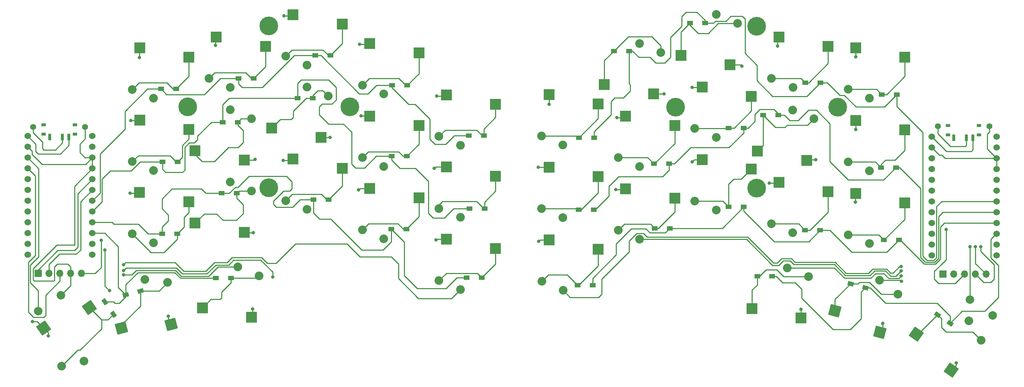
<source format=gbr>
%TF.GenerationSoftware,KiCad,Pcbnew,(6.0.5-0)*%
%TF.CreationDate,2022-12-11T16:32:45-08:00*%
%TF.ProjectId,Swept_3x5,53776570-745f-4337-9835-2e6b69636164,rev?*%
%TF.SameCoordinates,Original*%
%TF.FileFunction,Copper,L2,Bot*%
%TF.FilePolarity,Positive*%
%FSLAX46Y46*%
G04 Gerber Fmt 4.6, Leading zero omitted, Abs format (unit mm)*
G04 Created by KiCad (PCBNEW (6.0.5-0)) date 2022-12-11 16:32:45*
%MOMM*%
%LPD*%
G01*
G04 APERTURE LIST*
G04 Aperture macros list*
%AMRotRect*
0 Rectangle, with rotation*
0 The origin of the aperture is its center*
0 $1 length*
0 $2 width*
0 $3 Rotation angle, in degrees counterclockwise*
0 Add horizontal line*
21,1,$1,$2,0,0,$3*%
G04 Aperture macros list end*
%TA.AperFunction,ComponentPad*%
%ADD10C,1.524000*%
%TD*%
%TA.AperFunction,ComponentPad*%
%ADD11C,2.032000*%
%TD*%
%TA.AperFunction,SMDPad,CuDef*%
%ADD12R,2.600000X2.600000*%
%TD*%
%TA.AperFunction,SMDPad,CuDef*%
%ADD13RotRect,2.600000X2.600000X165.000000*%
%TD*%
%TA.AperFunction,ComponentPad*%
%ADD14C,2.000000*%
%TD*%
%TA.AperFunction,ComponentPad*%
%ADD15C,4.400000*%
%TD*%
%TA.AperFunction,SMDPad,CuDef*%
%ADD16RotRect,2.600000X2.600000X195.000000*%
%TD*%
%TA.AperFunction,SMDPad,CuDef*%
%ADD17RotRect,2.600000X2.600000X145.000000*%
%TD*%
%TA.AperFunction,ComponentPad*%
%ADD18R,1.700000X1.700000*%
%TD*%
%TA.AperFunction,ComponentPad*%
%ADD19O,1.700000X1.700000*%
%TD*%
%TA.AperFunction,ComponentPad*%
%ADD20C,1.397000*%
%TD*%
%TA.AperFunction,SMDPad,CuDef*%
%ADD21RotRect,2.600000X2.600000X35.000000*%
%TD*%
%TA.AperFunction,SMDPad,CuDef*%
%ADD22R,1.400000X1.000000*%
%TD*%
%TA.AperFunction,SMDPad,CuDef*%
%ADD23R,1.000000X0.800000*%
%TD*%
%TA.AperFunction,SMDPad,CuDef*%
%ADD24R,0.700000X1.500000*%
%TD*%
%TA.AperFunction,SMDPad,CuDef*%
%ADD25RotRect,1.400000X1.000000X145.000000*%
%TD*%
%TA.AperFunction,SMDPad,CuDef*%
%ADD26RotRect,1.400000X1.000000X305.000000*%
%TD*%
%TA.AperFunction,SMDPad,CuDef*%
%ADD27RotRect,1.400000X1.000000X165.000000*%
%TD*%
%TA.AperFunction,SMDPad,CuDef*%
%ADD28RotRect,1.400000X1.000000X15.000000*%
%TD*%
%TA.AperFunction,ViaPad*%
%ADD29C,0.800000*%
%TD*%
%TA.AperFunction,Conductor*%
%ADD30C,0.250000*%
%TD*%
G04 APERTURE END LIST*
D10*
%TO.P,U1,1,TX*%
%TO.N,CS*%
X246380401Y-49847433D03*
%TO.P,U1,2,RX*%
%TO.N,unconnected-(U1-Pad2)*%
X246380401Y-52387433D03*
%TO.P,U1,3,GND*%
%TO.N,gnd*%
X246380401Y-54927433D03*
%TO.P,U1,4,GND*%
X246380401Y-57467433D03*
%TO.P,U1,5,SDA*%
%TO.N,MOSI*%
X246380401Y-60007433D03*
%TO.P,U1,6,SCL*%
%TO.N,SCK*%
X246380401Y-62547433D03*
%TO.P,U1,7,D4*%
%TO.N,row_0*%
X246380401Y-65087433D03*
%TO.P,U1,8,C6*%
%TO.N,row_1*%
X246380401Y-67627433D03*
%TO.P,U1,9,D7*%
%TO.N,row_2*%
X246380401Y-70167433D03*
%TO.P,U1,10,E6*%
%TO.N,row_3*%
X246380401Y-72707433D03*
%TO.P,U1,11,B4*%
%TO.N,unconnected-(U1-Pad11)*%
X246380401Y-75247433D03*
%TO.P,U1,12,B5*%
%TO.N,unconnected-(U1-Pad12)*%
X246380401Y-77787433D03*
%TO.P,U1,13,B6*%
%TO.N,unconnected-(U1-Pad13)*%
X231160401Y-77787433D03*
%TO.P,U1,14,B2*%
%TO.N,unconnected-(U1-Pad14)*%
X231160401Y-75247433D03*
%TO.P,U1,15,B3*%
%TO.N,col5*%
X231160401Y-72707433D03*
%TO.P,U1,16,B1*%
%TO.N,col4*%
X231160401Y-70167433D03*
%TO.P,U1,17,F7*%
%TO.N,col3*%
X231160401Y-67627433D03*
%TO.P,U1,18,F6*%
%TO.N,col2*%
X231160401Y-65087433D03*
%TO.P,U1,19,F5*%
%TO.N,col1*%
X231160401Y-62547433D03*
%TO.P,U1,20,F4*%
%TO.N,col0*%
X231160401Y-60007433D03*
%TO.P,U1,21,VCC*%
%TO.N,vcc*%
X231160401Y-57467433D03*
%TO.P,U1,22,RST*%
%TO.N,reset*%
X231160401Y-54927433D03*
%TO.P,U1,23,GND*%
%TO.N,gnd*%
X231160401Y-52387433D03*
%TO.P,U1,24,RAW*%
%TO.N,raw*%
X231160401Y-49847433D03*
%TD*%
D11*
%TO.P,SW16,1,1*%
%TO.N,col2*%
X162497201Y-74020233D03*
D12*
X159222201Y-62170233D03*
%TO.P,SW16,2,2*%
%TO.N,Net-(D14-Pad2)*%
X170772201Y-64370233D03*
D11*
X157497201Y-71920233D03*
%TD*%
D12*
%TO.P,SW20,1,1*%
%TO.N,col3*%
X200468601Y-92586833D03*
D11*
X197193601Y-80736833D03*
%TO.P,SW20,2,2*%
%TO.N,Net-(D18-Pad2)*%
X202193601Y-82836833D03*
D12*
X188918601Y-90386833D03*
%TD*%
D11*
%TO.P,SW15,1,1*%
%TO.N,col1*%
X144539401Y-86034433D03*
D12*
X141264401Y-74184433D03*
D11*
%TO.P,SW15,2,2*%
%TO.N,Net-(D13-Pad2)*%
X139539401Y-83934433D03*
D12*
X152814401Y-76384433D03*
%TD*%
D11*
%TO.P,SW21,1,1*%
%TO.N,col4*%
X218913633Y-83655671D03*
D13*
X219010035Y-95949524D03*
%TO.P,SW21,2,2*%
%TO.N,Net-(D19-Pad2)*%
X208422993Y-90835127D03*
D11*
X223199743Y-86978210D03*
%TD*%
%TO.P,SW17,1,1*%
%TO.N,col3*%
X180505801Y-67136833D03*
D12*
X177230801Y-55286833D03*
%TO.P,SW17,2,2*%
%TO.N,Net-(D15-Pad2)*%
X188780801Y-57486833D03*
D11*
X175505801Y-65036833D03*
%TD*%
%TO.P,SW18,1,1*%
%TO.N,col4*%
X198514401Y-72496233D03*
D12*
X195239401Y-60646233D03*
%TO.P,SW18,2,2*%
%TO.N,Net-(D16-Pad2)*%
X206789401Y-62846233D03*
D11*
X193514401Y-70396233D03*
%TD*%
D12*
%TO.P,SW4,1,1*%
%TO.N,col2*%
X165797601Y-39831033D03*
D11*
X162522601Y-27981033D03*
D12*
%TO.P,SW4,2,2*%
%TO.N,Net-(D2-Pad2)*%
X154247601Y-37631033D03*
D11*
X167522601Y-30081033D03*
%TD*%
%TO.P,SW3,1,1*%
%TO.N,col1*%
X144514001Y-51820633D03*
D12*
X141239001Y-39970633D03*
D11*
%TO.P,SW3,2,2*%
%TO.N,Net-(D1-Pad2)*%
X139514001Y-49720633D03*
D12*
X152789001Y-42170633D03*
%TD*%
D11*
%TO.P,SW9,1,1*%
%TO.N,col1*%
X144514001Y-68914833D03*
D12*
X141239001Y-57064833D03*
%TO.P,SW9,2,2*%
%TO.N,Net-(D7-Pad2)*%
X152789001Y-59264833D03*
D11*
X139514001Y-66814833D03*
%TD*%
D12*
%TO.P,SW12,1,1*%
%TO.N,col4*%
X201789401Y-55426633D03*
D11*
X198514401Y-43576633D03*
%TO.P,SW12,2,2*%
%TO.N,Net-(D10-Pad2)*%
X203514401Y-45676633D03*
D12*
X190239401Y-53226633D03*
%TD*%
D11*
%TO.P,SW11,1,1*%
%TO.N,col3*%
X180505801Y-50017233D03*
D12*
X177230801Y-38167233D03*
D11*
%TO.P,SW11,2,2*%
%TO.N,Net-(D9-Pad2)*%
X175505801Y-47917233D03*
D12*
X188780801Y-40367233D03*
%TD*%
%TO.P,SW6,1,1*%
%TO.N,col4*%
X195264801Y-26407033D03*
D11*
X198539801Y-38257033D03*
D12*
%TO.P,SW6,2,2*%
%TO.N,Net-(D4-Pad2)*%
X206814801Y-28607033D03*
D11*
X193539801Y-36157033D03*
%TD*%
%TO.P,SW5,1,1*%
%TO.N,col3*%
X180531201Y-21123033D03*
D12*
X183806201Y-32973033D03*
%TO.P,SW5,2,2*%
%TO.N,Net-(D3-Pad2)*%
X172256201Y-30773033D03*
D11*
X185531201Y-23223033D03*
%TD*%
D14*
%TO.P,RSW1,1,1*%
%TO.N,gnd*%
X245492244Y-91954123D03*
%TO.P,RSW1,2,2*%
%TO.N,reset*%
X240167756Y-88225877D03*
%TD*%
D12*
%TO.P,SW10,1,1*%
%TO.N,col2*%
X159222201Y-45050633D03*
D11*
X162497201Y-56900633D03*
D12*
%TO.P,SW10,2,2*%
%TO.N,Net-(D8-Pad2)*%
X170772201Y-47250633D03*
D11*
X157497201Y-54800633D03*
%TD*%
D15*
%TO.P,REF\u002A\u002A,1*%
%TO.N,N/C*%
X209072601Y-42933433D03*
X170972601Y-42933433D03*
X190022601Y-23883433D03*
X190022601Y-61983433D03*
%TD*%
D10*
%TO.P,U2,1,TX*%
%TO.N,CSr*%
X33942000Y-49722800D03*
%TO.P,U2,2,RX*%
%TO.N,unconnected-(U2-Pad2)*%
X33942000Y-52262800D03*
%TO.P,U2,3,GND*%
%TO.N,gnd_r*%
X33942000Y-54802800D03*
%TO.P,U2,4,GND*%
X33942000Y-57342800D03*
%TO.P,U2,5,SDA*%
%TO.N,MOSIr*%
X33942000Y-59882800D03*
%TO.P,U2,6,SCL*%
%TO.N,SCKr*%
X33942000Y-62422800D03*
%TO.P,U2,7,D4*%
%TO.N,row_0r*%
X33942000Y-64962800D03*
%TO.P,U2,8,C6*%
%TO.N,row_1r*%
X33942000Y-67502800D03*
%TO.P,U2,9,D7*%
%TO.N,row_2r*%
X33942000Y-70042800D03*
%TO.P,U2,10,E6*%
%TO.N,row_3r*%
X33942000Y-72582800D03*
%TO.P,U2,11,B4*%
%TO.N,unconnected-(U2-Pad11)*%
X33942000Y-75122800D03*
%TO.P,U2,12,B5*%
%TO.N,unconnected-(U2-Pad12)*%
X33942000Y-77662800D03*
%TO.P,U2,13,B6*%
%TO.N,unconnected-(U2-Pad13)*%
X18722000Y-77662800D03*
%TO.P,U2,14,B2*%
%TO.N,unconnected-(U2-Pad14)*%
X18722000Y-75122800D03*
%TO.P,U2,15,B3*%
%TO.N,col5r*%
X18722000Y-72582800D03*
%TO.P,U2,16,B1*%
%TO.N,col4r*%
X18722000Y-70042800D03*
%TO.P,U2,17,F7*%
%TO.N,col3r*%
X18722000Y-67502800D03*
%TO.P,U2,18,F6*%
%TO.N,col2r*%
X18722000Y-64962800D03*
%TO.P,U2,19,F5*%
%TO.N,col1r*%
X18722000Y-62422800D03*
%TO.P,U2,20,F4*%
%TO.N,col0r*%
X18722000Y-59882800D03*
%TO.P,U2,21,VCC*%
%TO.N,vcc_r*%
X18722000Y-57342800D03*
%TO.P,U2,22,RST*%
%TO.N,reset_r*%
X18722000Y-54802800D03*
%TO.P,U2,23,GND*%
%TO.N,gnd_r*%
X18722000Y-52262800D03*
%TO.P,U2,24,RAW*%
%TO.N,raw_r*%
X18722000Y-49722800D03*
%TD*%
D12*
%TO.P,SW17_r1,1,1*%
%TO.N,col3r*%
X81103800Y-55162400D03*
D11*
X84378800Y-67012400D03*
%TO.P,SW17_r1,2,2*%
%TO.N,Net-(Dr15-Pad2)*%
X79378800Y-64912400D03*
D12*
X92653800Y-57362400D03*
%TD*%
D11*
%TO.P,SW11_r1,1,1*%
%TO.N,col3r*%
X84353400Y-38219800D03*
D12*
X87628400Y-50069800D03*
%TO.P,SW11_r1,2,2*%
%TO.N,Net-(Dr9-Pad2)*%
X76078400Y-47869800D03*
D11*
X89353400Y-40319800D03*
%TD*%
%TO.P,SW15_r1,1,1*%
%TO.N,col1r*%
X120396000Y-85859200D03*
D12*
X117121000Y-74009200D03*
D11*
%TO.P,SW15_r1,2,2*%
%TO.N,Net-(Dr13-Pad2)*%
X115396000Y-83759200D03*
D12*
X128671000Y-76209200D03*
%TD*%
D11*
%TO.P,SW18_r1,1,1*%
%TO.N,col4r*%
X66344800Y-60521000D03*
D12*
X69619800Y-72371000D03*
D11*
%TO.P,SW18_r1,2,2*%
%TO.N,Net-(Dr16-Pad2)*%
X71344800Y-62621000D03*
D12*
X58069800Y-70171000D03*
%TD*%
D11*
%TO.P,SW6_r1,1,1*%
%TO.N,col4r*%
X66344800Y-38259600D03*
D12*
X63069800Y-26409600D03*
%TO.P,SW6_r1,2,2*%
%TO.N,Net-(Dr4-Pad2)*%
X74619800Y-28609600D03*
D11*
X61344800Y-36159600D03*
%TD*%
%TO.P,SW5_r1,1,1*%
%TO.N,col3r*%
X84378800Y-33001800D03*
D12*
X81103800Y-21151800D03*
D11*
%TO.P,SW5_r1,2,2*%
%TO.N,Net-(Dr3-Pad2)*%
X79378800Y-30901800D03*
D12*
X92653800Y-23351800D03*
%TD*%
D11*
%TO.P,SW16_r1,1,1*%
%TO.N,col2r*%
X102412800Y-73895800D03*
D12*
X99137800Y-62045800D03*
%TO.P,SW16_r1,2,2*%
%TO.N,Net-(Dr14-Pad2)*%
X110687800Y-64245800D03*
D11*
X97412800Y-71795800D03*
%TD*%
D12*
%TO.P,SW4_r1,1,1*%
%TO.N,col2r*%
X99112400Y-27984400D03*
D11*
X102387400Y-39834400D03*
%TO.P,SW4_r1,2,2*%
%TO.N,Net-(Dr2-Pad2)*%
X97387400Y-37734400D03*
D12*
X110662400Y-30184400D03*
%TD*%
%TO.P,SW13_r1,1,1*%
%TO.N,col5r*%
X45061200Y-45993000D03*
D11*
X48336200Y-57843000D03*
D12*
%TO.P,SW13_r1,2,2*%
%TO.N,Net-(Dr11-Pad2)*%
X56611200Y-48193000D03*
D11*
X43336200Y-55743000D03*
%TD*%
%TO.P,SW12_r1,1,1*%
%TO.N,col4r*%
X66344800Y-43528400D03*
D12*
X69619800Y-55378400D03*
%TO.P,SW12_r1,2,2*%
%TO.N,Net-(Dr10-Pad2)*%
X58069800Y-53178400D03*
D11*
X71344800Y-45628400D03*
%TD*%
D12*
%TO.P,SW3_r1,1,1*%
%TO.N,col1r*%
X117121000Y-40024000D03*
D11*
X120396000Y-51874000D03*
D12*
%TO.P,SW3_r1,2,2*%
%TO.N,Net-(Dr1-Pad2)*%
X128671000Y-42224000D03*
D11*
X115396000Y-49774000D03*
%TD*%
D16*
%TO.P,SW21_r1,1,1*%
%TO.N,col4r*%
X52480780Y-94053626D03*
D11*
X46250368Y-83455038D03*
D16*
%TO.P,SW21_r1,2,2*%
%TO.N,Net-(Dr19-Pad2)*%
X40754935Y-94917949D03*
D11*
X51623517Y-84189387D03*
%TD*%
D12*
%TO.P,SW9_r1,1,1*%
%TO.N,col1r*%
X117121000Y-57016600D03*
D11*
X120396000Y-68866600D03*
%TO.P,SW9_r1,2,2*%
%TO.N,Net-(Dr7-Pad2)*%
X115396000Y-66766600D03*
D12*
X128671000Y-59216600D03*
%TD*%
D11*
%TO.P,SW20_r1,1,1*%
%TO.N,col3r*%
X68072000Y-80510800D03*
D12*
X71347000Y-92360800D03*
D11*
%TO.P,SW20_r1,2,2*%
%TO.N,Net-(Dr18-Pad2)*%
X73072000Y-82610800D03*
D12*
X59797000Y-90160800D03*
%TD*%
%TO.P,SW7_r1,1,1*%
%TO.N,col5r*%
X45061200Y-29000400D03*
D11*
X48336200Y-40850400D03*
D12*
%TO.P,SW7_r1,2,2*%
%TO.N,Net-(Dr5-Pad2)*%
X56611200Y-31200400D03*
D11*
X43336200Y-38750400D03*
%TD*%
D15*
%TO.P,REF\u002A\u002A,1*%
%TO.N,N/C*%
X94407400Y-42878400D03*
X56307400Y-42878400D03*
X75357400Y-61928400D03*
X75357400Y-23828400D03*
%TD*%
D14*
%TO.P,RSW2,1,1*%
%TO.N,gnd_r*%
X26562244Y-87185877D03*
%TO.P,RSW2,2,2*%
%TO.N,reset_r*%
X21237756Y-90914123D03*
%TD*%
D12*
%TO.P,SW13,1,1*%
%TO.N,col5*%
X213273401Y-46092033D03*
D11*
X216548401Y-57942033D03*
%TO.P,SW13,2,2*%
%TO.N,Net-(D11-Pad2)*%
X211548401Y-55842033D03*
D12*
X224823401Y-48292033D03*
%TD*%
D11*
%TO.P,SW22,1,1*%
%TO.N,col5*%
X239871502Y-93208436D03*
D17*
X235757344Y-104793850D03*
%TO.P,SW22,2,2*%
%TO.N,Net-(D20-Pad2)*%
X227558006Y-96366908D03*
D11*
X242762752Y-97796537D03*
%TD*%
D18*
%TO.P,J2,1,Pin_1*%
%TO.N,MOSIr*%
X21225000Y-82090000D03*
D19*
%TO.P,J2,2,Pin_2*%
%TO.N,SCKr*%
X23765000Y-82090000D03*
%TO.P,J2,3,Pin_3*%
%TO.N,vcc_r*%
X26305000Y-82090000D03*
%TO.P,J2,4,Pin_4*%
%TO.N,gnd_r*%
X28845000Y-82090000D03*
%TO.P,J2,5,Pin_5*%
%TO.N,CSr*%
X31385000Y-82090000D03*
%TD*%
D11*
%TO.P,SW19,1,1*%
%TO.N,col5*%
X216548401Y-75061633D03*
D12*
X213273401Y-63211633D03*
D11*
%TO.P,SW19,2,2*%
%TO.N,Net-(D17-Pad2)*%
X211548401Y-72961633D03*
D12*
X224823401Y-65411633D03*
%TD*%
D18*
%TO.P,J1,1,Pin_1*%
%TO.N,MOSI*%
X233765000Y-82200000D03*
D19*
%TO.P,J1,2,Pin_2*%
%TO.N,SCK*%
X236305000Y-82200000D03*
%TO.P,J1,3,Pin_3*%
%TO.N,vcc*%
X238845000Y-82200000D03*
%TO.P,J1,4,Pin_4*%
%TO.N,gnd*%
X241385000Y-82200000D03*
%TO.P,J1,5,Pin_5*%
%TO.N,CS*%
X243925000Y-82200000D03*
%TD*%
D12*
%TO.P,SW19_r1,1,1*%
%TO.N,col5r*%
X45035800Y-63011000D03*
D11*
X48310800Y-74861000D03*
%TO.P,SW19_r1,2,2*%
%TO.N,Net-(Dr17-Pad2)*%
X43310800Y-72761000D03*
D12*
X56585800Y-65211000D03*
%TD*%
D20*
%TO.P,Bat+1,1,1*%
%TO.N,BT+*%
X232575801Y-47393833D03*
%TD*%
D12*
%TO.P,SW10_r1,1,1*%
%TO.N,col2r*%
X99112400Y-45027800D03*
D11*
X102387400Y-56877800D03*
%TO.P,SW10_r1,2,2*%
%TO.N,Net-(Dr8-Pad2)*%
X97387400Y-54777800D03*
D12*
X110662400Y-47227800D03*
%TD*%
D21*
%TO.P,SW22_r1,1,1*%
%TO.N,col5r*%
X22489033Y-94916438D03*
D11*
X31968637Y-102744927D03*
D21*
%TO.P,SW22_r1,2,2*%
%TO.N,Net-(Dr20-Pad2)*%
X33212108Y-90093765D03*
D11*
X26668366Y-103892590D03*
%TD*%
D20*
%TO.P,BatGND1,1,1*%
%TO.N,gnd*%
X244717001Y-47444633D03*
%TD*%
%TO.P,Bat+r1,1,1*%
%TO.N,BT+_r*%
X20040600Y-47574200D03*
%TD*%
D11*
%TO.P,SW7,1,1*%
%TO.N,col5*%
X216548401Y-40822433D03*
D12*
X213273401Y-28972433D03*
%TO.P,SW7,2,2*%
%TO.N,Net-(D5-Pad2)*%
X224823401Y-31172433D03*
D11*
X211548401Y-38722433D03*
%TD*%
D20*
%TO.P,BatGND4,1,1*%
%TO.N,gnd_r*%
X32207200Y-47625000D03*
%TD*%
D22*
%TO.P,D7,1,K*%
%TO.N,row_1*%
X151775401Y-67078833D03*
%TO.P,D7,2,A*%
%TO.N,Net-(D7-Pad2)*%
X148225401Y-67078833D03*
%TD*%
%TO.P,D18,1,K*%
%TO.N,row_3*%
X193707801Y-82725233D03*
%TO.P,D18,2,A*%
%TO.N,Net-(D18-Pad2)*%
X190157801Y-82725233D03*
%TD*%
%TO.P,Dr16,1,K*%
%TO.N,row_2r*%
X64315800Y-63195200D03*
%TO.P,Dr16,2,A*%
%TO.N,Net-(Dr16-Pad2)*%
X67865800Y-63195200D03*
%TD*%
%TO.P,Dr15,1,K*%
%TO.N,row_2r*%
X85905800Y-64693800D03*
%TO.P,Dr15,2,A*%
%TO.N,Net-(Dr15-Pad2)*%
X89455800Y-64693800D03*
%TD*%
%TO.P,Dr3,1,K*%
%TO.N,row_0r*%
X86312200Y-30759400D03*
%TO.P,Dr3,2,A*%
%TO.N,Net-(Dr3-Pad2)*%
X89862200Y-30759400D03*
%TD*%
%TO.P,Dr18,1,K*%
%TO.N,row_3r*%
X62915800Y-83159600D03*
%TO.P,Dr18,2,A*%
%TO.N,Net-(Dr18-Pad2)*%
X66465800Y-83159600D03*
%TD*%
%TO.P,Dr9,1,K*%
%TO.N,row_1r*%
X82197400Y-40843200D03*
%TO.P,Dr9,2,A*%
%TO.N,Net-(Dr9-Pad2)*%
X85747400Y-40843200D03*
%TD*%
%TO.P,D11,1,K*%
%TO.N,row_1*%
X222765401Y-57122033D03*
%TO.P,D11,2,A*%
%TO.N,Net-(D11-Pad2)*%
X219215401Y-57122033D03*
%TD*%
%TO.P,D17,1,K*%
%TO.N,row_2*%
X223502001Y-74190833D03*
%TO.P,D17,2,A*%
%TO.N,Net-(D17-Pad2)*%
X219952001Y-74190833D03*
%TD*%
%TO.P,D15,1,K*%
%TO.N,row_2*%
X187002201Y-66418433D03*
%TO.P,D15,2,A*%
%TO.N,Net-(D15-Pad2)*%
X183452201Y-66418433D03*
%TD*%
%TO.P,D2,1,K*%
%TO.N,row_0*%
X160055801Y-29690033D03*
%TO.P,D2,2,A*%
%TO.N,Net-(D2-Pad2)*%
X156505801Y-29690033D03*
%TD*%
%TO.P,Dr4,1,K*%
%TO.N,row_0r*%
X68252800Y-36169600D03*
%TO.P,Dr4,2,A*%
%TO.N,Net-(Dr4-Pad2)*%
X71802800Y-36169600D03*
%TD*%
%TO.P,D13,1,K*%
%TO.N,row_2*%
X151470601Y-84858833D03*
%TO.P,D13,2,A*%
%TO.N,Net-(D13-Pad2)*%
X147920601Y-84858833D03*
%TD*%
%TO.P,Dr10,1,K*%
%TO.N,row_1r*%
X64519000Y-46456600D03*
%TO.P,Dr10,2,A*%
%TO.N,Net-(Dr10-Pad2)*%
X68069000Y-46456600D03*
%TD*%
D23*
%TO.P,SW_POWER1,*%
%TO.N,*%
X242245601Y-47226233D03*
X234945601Y-49436233D03*
X242245601Y-49436233D03*
X234945601Y-47226233D03*
D24*
%TO.P,SW_POWER1,1,A*%
%TO.N,unconnected-(SW_POWER1-Pad1)*%
X236345601Y-50086233D03*
%TO.P,SW_POWER1,2,B*%
%TO.N,BT+*%
X239345601Y-50086233D03*
%TO.P,SW_POWER1,3,C*%
%TO.N,raw*%
X240845601Y-50086233D03*
%TD*%
D22*
%TO.P,D3,1,K*%
%TO.N,row_0*%
X177912001Y-23136833D03*
%TO.P,D3,2,A*%
%TO.N,Net-(D3-Pad2)*%
X174362001Y-23136833D03*
%TD*%
%TO.P,Dr11,1,K*%
%TO.N,row_1r*%
X50396600Y-55829200D03*
%TO.P,Dr11,2,A*%
%TO.N,Net-(Dr11-Pad2)*%
X53946600Y-55829200D03*
%TD*%
%TO.P,Dr2,1,K*%
%TO.N,row_0r*%
X104371600Y-37769800D03*
%TO.P,Dr2,2,A*%
%TO.N,Net-(Dr2-Pad2)*%
X107921600Y-37769800D03*
%TD*%
D25*
%TO.P,D20,1,K*%
%TO.N,row_3*%
X235458391Y-93803829D03*
%TO.P,D20,2,A*%
%TO.N,Net-(D20-Pad2)*%
X232550401Y-91767633D03*
%TD*%
D22*
%TO.P,D16,1,K*%
%TO.N,row_2*%
X204960001Y-71904833D03*
%TO.P,D16,2,A*%
%TO.N,Net-(D16-Pad2)*%
X201410001Y-71904833D03*
%TD*%
D26*
%TO.P,Dr20,1,K*%
%TO.N,row_3r*%
X36851902Y-88756005D03*
%TO.P,Dr20,2,A*%
%TO.N,Net-(Dr20-Pad2)*%
X38888098Y-91663995D03*
%TD*%
D22*
%TO.P,Dr7,1,K*%
%TO.N,row_1r*%
X122532600Y-66802000D03*
%TO.P,Dr7,2,A*%
%TO.N,Net-(Dr7-Pad2)*%
X126082600Y-66802000D03*
%TD*%
%TO.P,Dr5,1,K*%
%TO.N,row_0r*%
X50066400Y-38633400D03*
%TO.P,Dr5,2,A*%
%TO.N,Net-(Dr5-Pad2)*%
X53616400Y-38633400D03*
%TD*%
D27*
%TO.P,D19,1,K*%
%TO.N,row_3*%
X215557837Y-85396641D03*
%TO.P,D19,2,A*%
%TO.N,Net-(D19-Pad2)*%
X212128801Y-84477833D03*
%TD*%
D22*
%TO.P,Dr1,1,K*%
%TO.N,row_0r*%
X122380200Y-49657000D03*
%TO.P,Dr1,2,A*%
%TO.N,Net-(Dr1-Pad2)*%
X125930200Y-49657000D03*
%TD*%
D23*
%TO.P,SW_POWERR1,*%
%TO.N,*%
X22512000Y-47101800D03*
X29812000Y-47101800D03*
X22512000Y-49311800D03*
X29812000Y-49311800D03*
D24*
%TO.P,SW_POWERR1,1,A*%
%TO.N,unconnected-(SW_POWERR1-Pad1)*%
X23912000Y-49961800D03*
%TO.P,SW_POWERR1,2,B*%
%TO.N,BT+_r*%
X26912000Y-49961800D03*
%TO.P,SW_POWERR1,3,C*%
%TO.N,raw_r*%
X28412000Y-49961800D03*
%TD*%
D22*
%TO.P,Dr14,1,K*%
%TO.N,row_2r*%
X104193800Y-71602600D03*
%TO.P,Dr14,2,A*%
%TO.N,Net-(Dr14-Pad2)*%
X107743800Y-71602600D03*
%TD*%
%TO.P,D10,1,K*%
%TO.N,row_1*%
X195130201Y-44828433D03*
%TO.P,D10,2,A*%
%TO.N,Net-(D10-Pad2)*%
X191580201Y-44828433D03*
%TD*%
%TO.P,D9,1,K*%
%TO.N,row_1*%
X186951401Y-47825633D03*
%TO.P,D9,2,A*%
%TO.N,Net-(D9-Pad2)*%
X183401401Y-47825633D03*
%TD*%
%TO.P,Dr13,1,K*%
%TO.N,row_2r*%
X121872200Y-83083400D03*
%TO.P,Dr13,2,A*%
%TO.N,Net-(Dr13-Pad2)*%
X125422200Y-83083400D03*
%TD*%
%TO.P,D4,1,K*%
%TO.N,row_0*%
X205036201Y-37157633D03*
%TO.P,D4,2,A*%
%TO.N,Net-(D4-Pad2)*%
X201486201Y-37157633D03*
%TD*%
%TO.P,D14,1,K*%
%TO.N,row_2*%
X169606201Y-71422233D03*
%TO.P,D14,2,A*%
%TO.N,Net-(D14-Pad2)*%
X166056201Y-71422233D03*
%TD*%
%TO.P,Dr8,1,K*%
%TO.N,row_1r*%
X104244600Y-54483000D03*
%TO.P,Dr8,2,A*%
%TO.N,Net-(Dr8-Pad2)*%
X107794600Y-54483000D03*
%TD*%
D28*
%TO.P,Dr19,1,K*%
%TO.N,row_3r*%
X41783000Y-87096600D03*
%TO.P,Dr19,2,A*%
%TO.N,Net-(Dr19-Pad2)*%
X45212036Y-86177792D03*
%TD*%
D22*
%TO.P,D5,1,K*%
%TO.N,row_0*%
X222994001Y-39926233D03*
%TO.P,D5,2,A*%
%TO.N,Net-(D5-Pad2)*%
X219444001Y-39926233D03*
%TD*%
%TO.P,Dr17,1,K*%
%TO.N,row_2r*%
X50320400Y-72771000D03*
%TO.P,Dr17,2,A*%
%TO.N,Net-(Dr17-Pad2)*%
X53870400Y-72771000D03*
%TD*%
%TO.P,D1,1,K*%
%TO.N,row_0*%
X151826201Y-50086233D03*
%TO.P,D1,2,A*%
%TO.N,Net-(D1-Pad2)*%
X148276201Y-50086233D03*
%TD*%
%TO.P,D8,1,K*%
%TO.N,row_1*%
X169425401Y-56258433D03*
%TO.P,D8,2,A*%
%TO.N,Net-(D8-Pad2)*%
X165875401Y-56258433D03*
%TD*%
D29*
%TO.N,gnd*%
X242720000Y-75820000D03*
%TO.N,vcc*%
X234560000Y-71760000D03*
%TO.N,reset*%
X240160000Y-75800000D03*
%TO.N,CS*%
X241460000Y-75810000D03*
%TO.N,CSr*%
X35980000Y-74250000D03*
%TO.N,col1*%
X223939801Y-80481130D03*
X138824401Y-74495633D03*
X138697401Y-57071233D03*
X141237401Y-42237633D03*
%TO.N,col2*%
X223939801Y-81480633D03*
X156909201Y-62303633D03*
X157137801Y-45361833D03*
X168237601Y-39799233D03*
%TO.N,col3*%
X174841601Y-38275233D03*
X186576401Y-33271433D03*
X174892401Y-55775833D03*
X223990601Y-82649033D03*
X200444801Y-90548433D03*
%TO.N,col4*%
X194907601Y-28547033D03*
X224041401Y-83919033D03*
X203924601Y-55318633D03*
X219672601Y-93825033D03*
X192977201Y-60779633D03*
%TO.N,col5*%
X213195601Y-65300833D03*
X213297201Y-48155833D03*
X213271801Y-31061633D03*
X236919201Y-103121433D03*
%TO.N,col1r*%
X114249200Y-57327800D03*
X114808000Y-40335200D03*
X114655600Y-74168000D03*
X41249600Y-80010000D03*
%TO.N,col2r*%
X96494600Y-62382400D03*
X97104200Y-44983400D03*
X96723200Y-28092400D03*
X41249600Y-81356200D03*
X76327000Y-82854800D03*
%TO.N,col3r*%
X89814400Y-50063400D03*
X71602600Y-90398600D03*
X78968600Y-21463000D03*
X41249600Y-82397600D03*
X78765400Y-55448200D03*
%TO.N,col4r*%
X51790600Y-92100400D03*
X72212200Y-55194200D03*
X62865000Y-28371800D03*
X71729600Y-72440800D03*
%TO.N,col5r*%
X37973000Y-86131400D03*
X42976800Y-46075600D03*
X23571200Y-96748600D03*
X42773600Y-63169800D03*
X36906200Y-76530200D03*
X45008800Y-31267400D03*
X19837400Y-93370400D03*
%TD*%
D30*
%TO.N,BT+*%
X239078201Y-52194433D02*
X239345601Y-51927033D01*
X239345601Y-51927033D02*
X239345601Y-50086233D01*
X232575801Y-49197233D02*
X235573001Y-52194433D01*
X232575801Y-47393833D02*
X232575801Y-49197233D01*
X235573001Y-52194433D02*
X239078201Y-52194433D01*
%TO.N,gnd*%
X245860000Y-80010000D02*
X245860000Y-83410000D01*
X244717001Y-47444633D02*
X244717001Y-48790833D01*
X244209001Y-49298833D02*
X244209001Y-52756033D01*
X244717001Y-48790833D02*
X244209001Y-49298833D01*
X234318201Y-54927433D02*
X246380401Y-54927433D01*
X242720000Y-75820000D02*
X242720000Y-76870000D01*
X231160401Y-52387433D02*
X232923201Y-54150233D01*
X232923201Y-54150233D02*
X233541001Y-54150233D01*
X246380401Y-54927433D02*
X246380401Y-57467433D01*
X242720000Y-76870000D02*
X245860000Y-80010000D01*
X244209001Y-52756033D02*
X246380401Y-54927433D01*
X243355000Y-84170000D02*
X241385000Y-82200000D01*
X245860000Y-83410000D02*
X245100000Y-84170000D01*
X245100000Y-84170000D02*
X243355000Y-84170000D01*
X233541001Y-54150233D02*
X234318201Y-54927433D01*
%TO.N,vcc*%
X231770000Y-81580000D02*
X233460000Y-79890000D01*
X238845000Y-82200000D02*
X236665000Y-84380000D01*
X236665000Y-84380000D02*
X232780000Y-84380000D01*
X231770000Y-82180000D02*
X231770000Y-81580000D01*
X232780000Y-84380000D02*
X231770000Y-83370000D01*
X231770000Y-83370000D02*
X231770000Y-82180000D01*
X233460000Y-79890000D02*
X234560000Y-78790000D01*
X234560000Y-78790000D02*
X234560000Y-71760000D01*
%TO.N,reset*%
X240167756Y-75807756D02*
X240160000Y-75800000D01*
X240167756Y-88225877D02*
X240167756Y-75807756D01*
%TO.N,raw*%
X240856201Y-52931033D02*
X240845601Y-52920433D01*
X231160401Y-49847433D02*
X234650401Y-53337433D01*
X240845601Y-52920433D02*
X240845601Y-50086233D01*
X240449801Y-53337433D02*
X240856201Y-52931033D01*
X234650401Y-53337433D02*
X240449801Y-53337433D01*
%TO.N,BT+_r*%
X20040600Y-48945800D02*
X22199600Y-51104800D01*
X22199600Y-52679600D02*
X22529800Y-53009800D01*
X25247600Y-53009800D02*
X26912000Y-51345400D01*
X22529800Y-53009800D02*
X25247600Y-53009800D01*
X22199600Y-51104800D02*
X22199600Y-52679600D01*
X26912000Y-51345400D02*
X26912000Y-49961800D01*
X20040600Y-47574200D02*
X20040600Y-48945800D01*
%TO.N,reset_r*%
X21330000Y-78170000D02*
X21330000Y-57410800D01*
X19380000Y-80120000D02*
X21330000Y-78170000D01*
X21330000Y-57410800D02*
X18722000Y-54802800D01*
X19380000Y-84290000D02*
X19380000Y-80120000D01*
X21237756Y-90914123D02*
X21237756Y-86147756D01*
X21237756Y-86147756D02*
X19380000Y-84290000D01*
%TO.N,CS*%
X241460000Y-75810000D02*
X241460000Y-79735000D01*
X241460000Y-79735000D02*
X243925000Y-82200000D01*
%TO.N,MOSIr*%
X25810000Y-76670000D02*
X29730000Y-76670000D01*
X30510000Y-75890000D02*
X30510000Y-63314800D01*
X29730000Y-76670000D02*
X30510000Y-75890000D01*
X21225000Y-81255000D02*
X25810000Y-76670000D01*
X30510000Y-63314800D02*
X33942000Y-59882800D01*
X21225000Y-82090000D02*
X21225000Y-81255000D01*
%TO.N,SCKr*%
X23765000Y-82090000D02*
X23765000Y-79935000D01*
X31200000Y-76520000D02*
X31200000Y-65164800D01*
X31200000Y-65164800D02*
X33942000Y-62422800D01*
X26200000Y-77500000D02*
X30220000Y-77500000D01*
X30220000Y-77500000D02*
X31200000Y-76520000D01*
X23765000Y-79935000D02*
X26200000Y-77500000D01*
%TO.N,CSr*%
X34570000Y-82090000D02*
X35090000Y-81570000D01*
X31385000Y-82090000D02*
X34570000Y-82090000D01*
X35090000Y-81570000D02*
X35980000Y-80680000D01*
X35980000Y-80680000D02*
X35980000Y-74250000D01*
%TO.N,gnd_r*%
X32207200Y-47625000D02*
X32207200Y-50419000D01*
X29730000Y-75340000D02*
X29730000Y-61554800D01*
X25030000Y-83610000D02*
X25080000Y-83660000D01*
X28845000Y-80535000D02*
X28160000Y-79850000D01*
X25570000Y-75340000D02*
X29530000Y-75340000D01*
X32207200Y-54838600D02*
X32243000Y-54802800D01*
X30988000Y-51638200D02*
X30988000Y-53619400D01*
X24880000Y-83860000D02*
X20280000Y-83860000D01*
X26562244Y-87185877D02*
X28845000Y-84903121D01*
X25710000Y-79850000D02*
X25030000Y-80530000D01*
X25030000Y-80530000D02*
X25030000Y-83610000D01*
X33942000Y-54802800D02*
X33942000Y-57342800D01*
X20280000Y-83860000D02*
X19990000Y-83570000D01*
X28845000Y-84903121D02*
X28845000Y-82090000D01*
X19735800Y-53276600D02*
X19735800Y-54000400D01*
X32382200Y-56362600D02*
X33942000Y-54802800D01*
X19990000Y-80920000D02*
X25570000Y-75340000D01*
X25080000Y-83660000D02*
X24880000Y-83860000D01*
X32207200Y-50419000D02*
X30988000Y-51638200D01*
X19990000Y-83570000D02*
X19990000Y-80920000D01*
X30988000Y-53619400D02*
X32207200Y-54838600D01*
X22098000Y-56362600D02*
X32382200Y-56362600D01*
X28160000Y-79850000D02*
X25710000Y-79850000D01*
X18722000Y-52262800D02*
X19735800Y-53276600D01*
X19735800Y-54000400D02*
X22098000Y-56362600D01*
X29530000Y-75340000D02*
X29630000Y-75440000D01*
X29630000Y-75440000D02*
X29730000Y-75340000D01*
X32243000Y-54802800D02*
X33942000Y-54802800D01*
X29730000Y-61554800D02*
X33942000Y-57342800D01*
X28845000Y-82090000D02*
X28845000Y-80535000D01*
%TO.N,vcc_r*%
X20070000Y-92360000D02*
X18930480Y-91220480D01*
X22590000Y-92360000D02*
X20070000Y-92360000D01*
X26305000Y-82090000D02*
X26305000Y-83855000D01*
X20520000Y-77820000D02*
X20520000Y-59140800D01*
X22970000Y-87190000D02*
X22970000Y-91980000D01*
X22970000Y-91980000D02*
X22590000Y-92360000D01*
X26305000Y-83855000D02*
X22970000Y-87190000D01*
X18930480Y-91220480D02*
X18930480Y-79409520D01*
X20520000Y-59140800D02*
X18722000Y-57342800D01*
X18930480Y-79409520D02*
X20520000Y-77820000D01*
%TO.N,row_0*%
X230039768Y-78970000D02*
X231650000Y-78970000D01*
X169812401Y-26489633D02*
X172403201Y-23898833D01*
X166281801Y-32534833D02*
X168440801Y-32534833D01*
X209588801Y-40104033D02*
X210630201Y-40104033D01*
X176010001Y-20546033D02*
X177912001Y-22448033D01*
X151826201Y-48692233D02*
X155791601Y-44726833D01*
X187313001Y-30248833D02*
X190132401Y-33068233D01*
X186627201Y-21536633D02*
X187313001Y-22222433D01*
X222994001Y-42739633D02*
X229070601Y-48816233D01*
X205036201Y-37157633D02*
X206642401Y-37157633D01*
X172403201Y-21587433D02*
X173444601Y-20546033D01*
X155791601Y-44726833D02*
X155791601Y-41577233D01*
X160055801Y-37383233D02*
X160055801Y-29690033D01*
X201835801Y-40358033D02*
X205036201Y-37157633D01*
X183934801Y-21536633D02*
X186627201Y-21536633D01*
X162319401Y-31188633D02*
X164935601Y-31188633D01*
X179896201Y-23136833D02*
X180378801Y-22654233D01*
X213398801Y-42872633D02*
X220047601Y-42872633D01*
X231650000Y-78970000D02*
X232300000Y-78320000D01*
X164935601Y-31188633D02*
X166281801Y-32534833D01*
X222994001Y-39926233D02*
X222994001Y-42739633D01*
X177912001Y-22448033D02*
X177912001Y-23136833D01*
X156655201Y-40713633D02*
X158712601Y-40713633D01*
X160312801Y-39113433D02*
X160312801Y-37640233D01*
X158712601Y-40713633D02*
X160312801Y-39113433D01*
X182817201Y-22654233D02*
X183934801Y-21536633D01*
X210630201Y-40104033D02*
X213398801Y-42872633D01*
X173444601Y-20546033D02*
X176010001Y-20546033D01*
X233552567Y-65087433D02*
X246380401Y-65087433D01*
X229070601Y-48816233D02*
X229070601Y-78000833D01*
X155791601Y-41577233D02*
X156655201Y-40713633D01*
X177912001Y-23136833D02*
X179896201Y-23136833D01*
X220047601Y-42872633D02*
X222994001Y-39926233D01*
X160312801Y-37640233D02*
X160055801Y-37383233D01*
X160820801Y-29690033D02*
X162319401Y-31188633D01*
X169812401Y-31163233D02*
X169812401Y-26489633D01*
X168440801Y-32534833D02*
X169812401Y-31163233D01*
X232300000Y-78320000D02*
X232300000Y-66340000D01*
X190132401Y-36700433D02*
X193790001Y-40358033D01*
X229070601Y-78000833D02*
X230039768Y-78970000D01*
X187313001Y-22222433D02*
X187313001Y-30248833D01*
X151826201Y-50086233D02*
X151826201Y-48692233D01*
X160055801Y-29690033D02*
X160820801Y-29690033D01*
X180378801Y-22654233D02*
X182817201Y-22654233D01*
X190132401Y-33068233D02*
X190132401Y-36700433D01*
X232300000Y-66340000D02*
X233552567Y-65087433D01*
X172403201Y-23898833D02*
X172403201Y-21587433D01*
X206642401Y-37157633D02*
X209588801Y-40104033D01*
X193790001Y-40358033D02*
X201835801Y-40358033D01*
%TO.N,Net-(D2-Pad2)*%
X167522601Y-28441633D02*
X165392801Y-26311833D01*
X165392801Y-26311833D02*
X159884001Y-26311833D01*
X167522601Y-30081033D02*
X167522601Y-28441633D01*
X154247601Y-31948233D02*
X156505801Y-29690033D01*
X154247601Y-37631033D02*
X154247601Y-31948233D01*
X159884001Y-26311833D02*
X156505801Y-29690033D01*
%TO.N,row_1*%
X228562601Y-62049633D02*
X228562601Y-78356433D01*
X186951401Y-49025433D02*
X186951401Y-47825633D01*
X188049601Y-47825633D02*
X189624401Y-46250833D01*
X190767401Y-43456833D02*
X194120201Y-43456833D01*
X232749520Y-68690480D02*
X233812567Y-67627433D01*
X231836197Y-79419520D02*
X232749520Y-78506197D01*
X202197401Y-43634633D02*
X204051601Y-43634633D01*
X219844401Y-60043033D02*
X222765401Y-57122033D01*
X196584001Y-44828433D02*
X197828601Y-46073033D01*
X169425401Y-57788433D02*
X169425401Y-56258433D01*
X199759001Y-46073033D02*
X202197401Y-43634633D01*
X207201201Y-46784233D02*
X207201201Y-55699633D01*
X189624401Y-44599833D02*
X190767401Y-43456833D01*
X233812567Y-67627433D02*
X246380401Y-67627433D01*
X211544601Y-60043033D02*
X219844401Y-60043033D01*
X155334401Y-61516233D02*
X157569601Y-59281033D01*
X155334401Y-63802233D02*
X155334401Y-61516233D01*
X195130201Y-44466833D02*
X195130201Y-44828433D01*
X204051601Y-43634633D02*
X207201201Y-46784233D01*
X197828601Y-46073033D02*
X199759001Y-46073033D01*
X174562201Y-52448433D02*
X183528401Y-52448433D01*
X157569601Y-59281033D02*
X167932801Y-59281033D01*
X228562601Y-78356433D02*
X229625688Y-79419520D01*
X169425401Y-56258433D02*
X170752201Y-56258433D01*
X186951401Y-47825633D02*
X188049601Y-47825633D01*
X222765401Y-57122033D02*
X223635001Y-57122033D01*
X195130201Y-44828433D02*
X196584001Y-44828433D01*
X232749520Y-78506197D02*
X232749520Y-68690480D01*
X167932801Y-59281033D02*
X169425401Y-57788433D01*
X223635001Y-57122033D02*
X228562601Y-62049633D01*
X229625688Y-79419520D02*
X231836197Y-79419520D01*
X151775401Y-67078833D02*
X152057801Y-67078833D01*
X207201201Y-55699633D02*
X211544601Y-60043033D01*
X183528401Y-52448433D02*
X186951401Y-49025433D01*
X170752201Y-56258433D02*
X174562201Y-52448433D01*
X189624401Y-46250833D02*
X189624401Y-44599833D01*
X194120201Y-43456833D02*
X195130201Y-44466833D01*
X152057801Y-67078833D02*
X155334401Y-63802233D01*
%TO.N,Net-(D7-Pad2)*%
X152789001Y-63045633D02*
X148755801Y-67078833D01*
X147961401Y-66814833D02*
X148225401Y-67078833D01*
X148755801Y-67078833D02*
X148225401Y-67078833D01*
X152789001Y-59264833D02*
X152789001Y-63045633D01*
X139514001Y-66814833D02*
X147961401Y-66814833D01*
%TO.N,Net-(D8-Pad2)*%
X170772201Y-47250633D02*
X170772201Y-51463233D01*
X157497201Y-54800633D02*
X164417601Y-54800633D01*
X164417601Y-54800633D02*
X165875401Y-56258433D01*
X165977001Y-56258433D02*
X165875401Y-56258433D01*
X170772201Y-51463233D02*
X165977001Y-56258433D01*
%TO.N,row_2*%
X223761283Y-74190833D02*
X229439490Y-79869040D01*
X233199040Y-71150960D02*
X234182567Y-70167433D01*
X157010801Y-77670633D02*
X157010801Y-75130633D01*
X207175801Y-71904833D02*
X212357401Y-77086433D01*
X187002201Y-66418433D02*
X187002201Y-67377633D01*
X233199040Y-78692395D02*
X233199040Y-71150960D01*
X151470601Y-84858833D02*
X151470601Y-83210833D01*
X220606401Y-77086433D02*
X223502001Y-74190833D01*
X202293001Y-74571833D02*
X204960001Y-71904833D01*
X169606201Y-71422233D02*
X181998401Y-71422233D01*
X232022394Y-79869040D02*
X233199040Y-78692395D01*
X157010801Y-75130633D02*
X160592201Y-71549233D01*
X229439490Y-79869040D02*
X232022394Y-79869040D01*
X234182567Y-70167433D02*
X246380401Y-70167433D01*
X204960001Y-71904833D02*
X207175801Y-71904833D01*
X160592201Y-71549233D02*
X163970401Y-71549233D01*
X212357401Y-77086433D02*
X220606401Y-77086433D01*
X163970401Y-71549233D02*
X164935601Y-72514433D01*
X168514001Y-72514433D02*
X169606201Y-71422233D01*
X194196401Y-74571833D02*
X202293001Y-74571833D01*
X181998401Y-71422233D02*
X187002201Y-66418433D01*
X187002201Y-67377633D02*
X194196401Y-74571833D01*
X164935601Y-72514433D02*
X168514001Y-72514433D01*
X223502001Y-74190833D02*
X223761283Y-74190833D01*
X151470601Y-83210833D02*
X157010801Y-77670633D01*
%TO.N,Net-(D13-Pad2)*%
X152814401Y-80241433D02*
X148197001Y-84858833D01*
X148197001Y-84858833D02*
X147920601Y-84858833D01*
X145482201Y-82420433D02*
X147920601Y-84858833D01*
X139539401Y-83934433D02*
X141053401Y-82420433D01*
X141053401Y-82420433D02*
X145482201Y-82420433D01*
X152814401Y-76384433D02*
X152814401Y-80241433D01*
%TO.N,Net-(D14-Pad2)*%
X165116401Y-70482433D02*
X166056201Y-71422233D01*
X157497201Y-71920233D02*
X158935001Y-70482433D01*
X170772201Y-67592233D02*
X166942201Y-71422233D01*
X170772201Y-64370233D02*
X170772201Y-67592233D01*
X158935001Y-70482433D02*
X165116401Y-70482433D01*
X166942201Y-71422233D02*
X166056201Y-71422233D01*
%TO.N,Net-(D15-Pad2)*%
X175505801Y-65036833D02*
X182070601Y-65036833D01*
X184646001Y-59890633D02*
X183452201Y-61084433D01*
X188780801Y-57486833D02*
X186377001Y-59890633D01*
X182070601Y-65036833D02*
X183452201Y-66418433D01*
X186377001Y-59890633D02*
X184646001Y-59890633D01*
X183452201Y-61084433D02*
X183452201Y-66418433D01*
%TO.N,row_3*%
X193707801Y-82725233D02*
X194577401Y-82725233D01*
X200597201Y-85747833D02*
X200597201Y-87881433D01*
X220358401Y-89075233D02*
X232448801Y-89075233D01*
X246820000Y-80170000D02*
X245293890Y-78643890D01*
X215557837Y-85396641D02*
X216679809Y-85396641D01*
X214567201Y-92682033D02*
X214567201Y-86387277D01*
X199098601Y-84249233D02*
X200597201Y-85747833D01*
X214567201Y-86387277D02*
X215557837Y-85396641D01*
X235458391Y-93803829D02*
X238312220Y-90950000D01*
X212027201Y-95222033D02*
X214567201Y-92682033D01*
X245090000Y-78430000D02*
X245090000Y-73990000D01*
X216679809Y-85396641D02*
X220358401Y-89075233D01*
X245293890Y-78643890D02*
X245293890Y-78633890D01*
X207937801Y-95222033D02*
X212027201Y-95222033D01*
X196101401Y-84249233D02*
X199098601Y-84249233D01*
X246372567Y-72707433D02*
X246380401Y-72707433D01*
X243590000Y-90950000D02*
X246820000Y-87720000D01*
X194577401Y-82725233D02*
X196101401Y-84249233D01*
X200597201Y-87881433D02*
X207937801Y-95222033D01*
X235458391Y-92084823D02*
X235458391Y-93803829D01*
X246820000Y-87720000D02*
X246820000Y-80170000D01*
X245293890Y-78633890D02*
X245090000Y-78430000D01*
X245090000Y-73990000D02*
X246372567Y-72707433D01*
X232448801Y-89075233D02*
X235458391Y-92084823D01*
X238312220Y-90950000D02*
X243590000Y-90950000D01*
%TO.N,Net-(D19-Pad2)*%
X213881401Y-84477833D02*
X214160801Y-84198433D01*
X214160801Y-84198433D02*
X216523001Y-84198433D01*
X212128801Y-84477833D02*
X208422993Y-88183641D01*
X216523001Y-84198433D02*
X219302778Y-86978210D01*
X208422993Y-88183641D02*
X208422993Y-90835127D01*
X212128801Y-84477833D02*
X213881401Y-84477833D01*
X219302778Y-86978210D02*
X223199743Y-86978210D01*
%TO.N,Net-(D20-Pad2)*%
X232550401Y-91767633D02*
X227951126Y-96366908D01*
X240823248Y-95857033D02*
X242762752Y-97796537D01*
X233439401Y-92656633D02*
X233439401Y-94714033D01*
X232550401Y-91767633D02*
X233439401Y-92656633D01*
X227951126Y-96366908D02*
X227558006Y-96366908D01*
X233439401Y-94714033D02*
X234582401Y-95857033D01*
X234582401Y-95857033D02*
X240823248Y-95857033D01*
%TO.N,col1*%
X198997001Y-79397833D02*
X198217281Y-78618113D01*
X223939801Y-80481130D02*
X223567704Y-80481130D01*
X153632601Y-86941633D02*
X152893434Y-87680800D01*
X139135601Y-74184433D02*
X141264401Y-74184433D01*
X198217281Y-78618113D02*
X195839721Y-78618113D01*
X208445801Y-79397833D02*
X198997001Y-79397833D01*
X160058801Y-76984833D02*
X153632601Y-83411033D01*
X141239001Y-39970633D02*
X141239001Y-42236033D01*
X220569281Y-81031113D02*
X217251921Y-81031113D01*
X138824401Y-74495633D02*
X139135601Y-74184433D01*
X221476001Y-81937833D02*
X220569281Y-81031113D01*
X138697401Y-57071233D02*
X138703801Y-57064833D01*
X160058801Y-74394033D02*
X160058801Y-76984833D01*
X217251921Y-81031113D02*
X216269001Y-82014033D01*
X146185768Y-87680800D02*
X144539401Y-86034433D01*
X153632601Y-83411033D02*
X153632601Y-86941633D01*
X163411601Y-72616033D02*
X161836801Y-72616033D01*
X216269001Y-82014033D02*
X211062001Y-82014033D01*
X141239001Y-42236033D02*
X141237401Y-42237633D01*
X211062001Y-82014033D02*
X208445801Y-79397833D01*
X187871801Y-73479633D02*
X164275201Y-73479633D01*
X194882201Y-79575633D02*
X193967801Y-79575633D01*
X195839721Y-78618113D02*
X194882201Y-79575633D01*
X138703801Y-57064833D02*
X141239001Y-57064833D01*
X164275201Y-73479633D02*
X163411601Y-72616033D01*
X193967801Y-79575633D02*
X187871801Y-73479633D01*
X223567704Y-80481130D02*
X222111001Y-81937833D01*
X152893434Y-87680800D02*
X146185768Y-87680800D01*
X161836801Y-72616033D02*
X160058801Y-74394033D01*
X222111001Y-81937833D02*
X221476001Y-81937833D01*
%TO.N,col2*%
X187625001Y-74020233D02*
X162497201Y-74020233D01*
X196279201Y-79067633D02*
X195187001Y-80159833D01*
X195187001Y-80159833D02*
X193764601Y-80159833D01*
X223939801Y-81480633D02*
X222720601Y-82699833D01*
X193764601Y-80159833D02*
X187625001Y-74020233D01*
X198768401Y-79956633D02*
X197879401Y-79067633D01*
X221552201Y-82699833D02*
X220333001Y-81480633D01*
X156909201Y-62303633D02*
X159088801Y-62303633D01*
X208318801Y-79956633D02*
X198768401Y-79956633D01*
X197879401Y-79067633D02*
X196279201Y-79067633D01*
X158911001Y-45361833D02*
X159222201Y-45050633D01*
X210884201Y-82522033D02*
X208318801Y-79956633D01*
X222720601Y-82699833D02*
X221552201Y-82699833D01*
X159088801Y-62303633D02*
X159222201Y-62170233D01*
X217716801Y-81480633D02*
X216675401Y-82522033D01*
X168237601Y-39799233D02*
X165829401Y-39799233D01*
X220333001Y-81480633D02*
X217716801Y-81480633D01*
X157137801Y-45361833D02*
X158911001Y-45361833D01*
X165829401Y-39799233D02*
X165797601Y-39831033D01*
X216675401Y-82522033D02*
X210884201Y-82522033D01*
%TO.N,col3*%
X217970801Y-82090233D02*
X216904001Y-83157033D01*
X216904001Y-83157033D02*
X210655601Y-83157033D01*
X208235401Y-80736833D02*
X197193601Y-80736833D01*
X210655601Y-83157033D02*
X208235401Y-80736833D01*
X174892401Y-55775833D02*
X175381401Y-55286833D01*
X219952001Y-82090233D02*
X217970801Y-82090233D01*
X200444801Y-92563033D02*
X200468601Y-92586833D01*
X174841601Y-38275233D02*
X177122801Y-38275233D01*
X175381401Y-55286833D02*
X177230801Y-55286833D01*
X223433483Y-83206151D02*
X221067919Y-83206151D01*
X221067919Y-83206151D02*
X219952001Y-82090233D01*
X200444801Y-90548433D02*
X200444801Y-92563033D01*
X186576401Y-33271433D02*
X186278001Y-32973033D01*
X177122801Y-38275233D02*
X177230801Y-38167233D01*
X223990601Y-82649033D02*
X223433483Y-83206151D01*
X186278001Y-32973033D02*
X183806201Y-32973033D01*
%TO.N,col4*%
X203924601Y-55318633D02*
X201897401Y-55318633D01*
X219672601Y-93825033D02*
X219672601Y-95286958D01*
X219672601Y-95286958D02*
X219010035Y-95949524D01*
X223778039Y-83655671D02*
X218913633Y-83655671D01*
X224041401Y-83919033D02*
X223778039Y-83655671D01*
X195106001Y-60779633D02*
X195239401Y-60646233D01*
X201897401Y-55318633D02*
X201789401Y-55426633D01*
X194907601Y-28547033D02*
X194907601Y-26764233D01*
X194907601Y-26764233D02*
X195264801Y-26407033D01*
X192977201Y-60779633D02*
X195106001Y-60779633D01*
%TO.N,col5*%
X213271801Y-28974033D02*
X213273401Y-28972433D01*
X213195601Y-63289433D02*
X213273401Y-63211633D01*
X213297201Y-48155833D02*
X213297201Y-46115833D01*
X213297201Y-46115833D02*
X213273401Y-46092033D01*
X236919201Y-103631993D02*
X235757344Y-104793850D01*
X213271801Y-31061633D02*
X213271801Y-28974033D01*
X213195601Y-65300833D02*
X213195601Y-63289433D01*
X236919201Y-103121433D02*
X236919201Y-103631993D01*
%TO.N,Net-(D1-Pad2)*%
X152789001Y-42170633D02*
X152789001Y-45573433D01*
X147910601Y-49720633D02*
X148276201Y-50086233D01*
X139514001Y-49720633D02*
X147910601Y-49720633D01*
X152789001Y-45573433D02*
X148276201Y-50086233D01*
%TO.N,Net-(D3-Pad2)*%
X172256201Y-25242633D02*
X172256201Y-30773033D01*
X174362001Y-23136833D02*
X174362001Y-23622433D01*
X174362001Y-23622433D02*
X176314801Y-25575233D01*
X174362001Y-23136833D02*
X172256201Y-25242633D01*
X178651601Y-25575233D02*
X181003801Y-23223033D01*
X176314801Y-25575233D02*
X178651601Y-25575233D01*
X181003801Y-23223033D02*
X185531201Y-23223033D01*
%TO.N,Net-(D4-Pad2)*%
X193539801Y-36157033D02*
X200485601Y-36157033D01*
X206814801Y-28607033D02*
X206814801Y-32616433D01*
X206814801Y-32616433D02*
X202273601Y-37157633D01*
X202273601Y-37157633D02*
X201486201Y-37157633D01*
X200485601Y-36157033D02*
X201486201Y-37157633D01*
%TO.N,Net-(D5-Pad2)*%
X220587001Y-39926233D02*
X219444001Y-39926233D01*
X211548401Y-38722433D02*
X218240201Y-38722433D01*
X224823401Y-35689833D02*
X220587001Y-39926233D01*
X218240201Y-38722433D02*
X219444001Y-39926233D01*
X224823401Y-31172433D02*
X224823401Y-35689833D01*
%TO.N,Net-(D9-Pad2)*%
X188780801Y-43792433D02*
X184747601Y-47825633D01*
X175505801Y-47917233D02*
X183309801Y-47917233D01*
X183309801Y-47917233D02*
X183401401Y-47825633D01*
X184747601Y-47825633D02*
X183401401Y-47825633D01*
X188780801Y-40367233D02*
X188780801Y-43792433D01*
%TO.N,Net-(D10-Pad2)*%
X196685601Y-47647833D02*
X197142801Y-47190633D01*
X202000401Y-47190633D02*
X203514401Y-45676633D01*
X191580201Y-51885833D02*
X190239401Y-53226633D01*
X191580201Y-44828433D02*
X191580201Y-51885833D01*
X194399601Y-47647833D02*
X196685601Y-47647833D01*
X191580201Y-44828433D02*
X194399601Y-47647833D01*
X197142801Y-47190633D02*
X202000401Y-47190633D01*
%TO.N,Net-(D11-Pad2)*%
X222542801Y-55394833D02*
X220256801Y-55394833D01*
X217935401Y-55842033D02*
X219215401Y-57122033D01*
X211548401Y-55842033D02*
X217935401Y-55842033D01*
X219215401Y-56436233D02*
X219215401Y-57122033D01*
X224823401Y-53114233D02*
X222542801Y-55394833D01*
X224823401Y-48292033D02*
X224823401Y-53114233D01*
X220256801Y-55394833D02*
X219215401Y-56436233D01*
%TO.N,Net-(D16-Pad2)*%
X193514401Y-70396233D02*
X199901401Y-70396233D01*
X202578401Y-71904833D02*
X201410001Y-71904833D01*
X199901401Y-70396233D02*
X201410001Y-71904833D01*
X206789401Y-67693833D02*
X202578401Y-71904833D01*
X206789401Y-62846233D02*
X206789401Y-67693833D01*
%TO.N,Net-(D17-Pad2)*%
X218722801Y-72961633D02*
X219952001Y-74190833D01*
X224823401Y-65411633D02*
X224823401Y-69319433D01*
X211548401Y-72961633D02*
X218722801Y-72961633D01*
X224823401Y-69319433D02*
X219952001Y-74190833D01*
%TO.N,Net-(D18-Pad2)*%
X192189801Y-81201233D02*
X194780601Y-81201233D01*
X196416201Y-82836833D02*
X202193601Y-82836833D01*
X190157801Y-82725233D02*
X190665801Y-82725233D01*
X190157801Y-82725233D02*
X190157801Y-84731833D01*
X190665801Y-82725233D02*
X192189801Y-81201233D01*
X190157801Y-84731833D02*
X188918601Y-85971033D01*
X188918601Y-85971033D02*
X188918601Y-90386833D01*
X194780601Y-81201233D02*
X196416201Y-82836833D01*
%TO.N,raw_r*%
X20650200Y-51651000D02*
X20650200Y-53365400D01*
X18722000Y-49722800D02*
X20650200Y-51651000D01*
X21183600Y-53898800D02*
X26416000Y-53898800D01*
X20650200Y-53365400D02*
X21183600Y-53898800D01*
X26416000Y-53898800D02*
X28412000Y-51902800D01*
X28412000Y-51902800D02*
X28412000Y-49961800D01*
%TO.N,row_0r*%
X87655400Y-30759400D02*
X86312200Y-30759400D01*
X109728000Y-42240200D02*
X108229400Y-42240200D01*
X60274200Y-39954200D02*
X51387200Y-39954200D01*
X114427000Y-51638200D02*
X113233200Y-50444400D01*
X41579800Y-48082200D02*
X35763200Y-53898800D01*
X41579800Y-43916600D02*
X41579800Y-48082200D01*
X81416970Y-30759400D02*
X73873170Y-38303200D01*
X35763200Y-63141600D02*
X33942000Y-64962800D01*
X113233200Y-45745400D02*
X109728000Y-42240200D01*
X108229400Y-42240200D02*
X104371600Y-38382400D01*
X116992400Y-51638200D02*
X114427000Y-51638200D01*
X118973600Y-49657000D02*
X116992400Y-51638200D01*
X113233200Y-50444400D02*
X113233200Y-45745400D01*
X73873170Y-38303200D02*
X69138800Y-38303200D01*
X86312200Y-30759400D02*
X81416970Y-30759400D01*
X96672400Y-39776400D02*
X87655400Y-30759400D01*
X104371600Y-38382400D02*
X104371600Y-37769800D01*
X46863000Y-38633400D02*
X41579800Y-43916600D01*
X104371600Y-37769800D02*
X100685600Y-37769800D01*
X122380200Y-49657000D02*
X118973600Y-49657000D01*
X100685600Y-37769800D02*
X98679000Y-39776400D01*
X64058800Y-36169600D02*
X60274200Y-39954200D01*
X98679000Y-39776400D02*
X96672400Y-39776400D01*
X69138800Y-38303200D02*
X68252800Y-37417200D01*
X51387200Y-39954200D02*
X50066400Y-38633400D01*
X68252800Y-37417200D02*
X68252800Y-36169600D01*
X35763200Y-53898800D02*
X35763200Y-63141600D01*
X68252800Y-36169600D02*
X64058800Y-36169600D01*
X50066400Y-38633400D02*
X46863000Y-38633400D01*
%TO.N,Net-(Dr1-Pad2)*%
X116859200Y-48310800D02*
X115396000Y-49774000D01*
X124256800Y-48310800D02*
X116859200Y-48310800D01*
X125603000Y-49657000D02*
X124256800Y-48310800D01*
X128671000Y-42224000D02*
X128671000Y-45344400D01*
X128671000Y-45344400D02*
X125930200Y-48085200D01*
X125930200Y-49657000D02*
X125603000Y-49657000D01*
X125930200Y-48085200D02*
X125930200Y-49657000D01*
%TO.N,Net-(Dr2-Pad2)*%
X110662400Y-30184400D02*
X110662400Y-35029000D01*
X98977600Y-36144200D02*
X97387400Y-37734400D01*
X107543600Y-37769800D02*
X105918000Y-36144200D01*
X107921600Y-37769800D02*
X107543600Y-37769800D01*
X110662400Y-35029000D02*
X107921600Y-37769800D01*
X105918000Y-36144200D02*
X98977600Y-36144200D01*
%TO.N,Net-(Dr3-Pad2)*%
X80842000Y-29438600D02*
X79378800Y-30901800D01*
X88112600Y-29438600D02*
X80842000Y-29438600D01*
X92653800Y-27967800D02*
X89862200Y-30759400D01*
X92653800Y-23351800D02*
X92653800Y-27967800D01*
X89433400Y-30759400D02*
X88112600Y-29438600D01*
X89862200Y-30759400D02*
X89433400Y-30759400D01*
%TO.N,Net-(Dr4-Pad2)*%
X74619800Y-28609600D02*
X74619800Y-33352600D01*
X71802800Y-36169600D02*
X71297800Y-36169600D01*
X74619800Y-33352600D02*
X71802800Y-36169600D01*
X69951600Y-34823400D02*
X62681000Y-34823400D01*
X71297800Y-36169600D02*
X69951600Y-34823400D01*
X62681000Y-34823400D02*
X61344800Y-36159600D01*
%TO.N,Net-(Dr5-Pad2)*%
X44901000Y-37185600D02*
X43336200Y-38750400D01*
X52908200Y-38633400D02*
X51460400Y-37185600D01*
X53616400Y-38633400D02*
X52908200Y-38633400D01*
X56611200Y-35638600D02*
X53616400Y-38633400D01*
X56611200Y-31200400D02*
X56611200Y-35638600D01*
X51460400Y-37185600D02*
X44901000Y-37185600D01*
%TO.N,row_1r*%
X94843600Y-56286400D02*
X94843600Y-48793400D01*
X95758000Y-57200800D02*
X94843600Y-56286400D01*
X104244600Y-55400400D02*
X104244600Y-54483000D01*
X89484200Y-46888400D02*
X87274400Y-44678600D01*
X82197400Y-37309600D02*
X82197400Y-40843200D01*
X94843600Y-48793400D02*
X92938600Y-46888400D01*
X87274400Y-44678600D02*
X87274400Y-42875200D01*
X109880400Y-57327800D02*
X106172000Y-57327800D01*
X58648600Y-50520600D02*
X57861200Y-51308000D01*
X55092600Y-58242200D02*
X51130200Y-58242200D01*
X106172000Y-57327800D02*
X104244600Y-55400400D01*
X92938600Y-46888400D02*
X89484200Y-46888400D01*
X87960200Y-42189400D02*
X90246200Y-42189400D01*
X91186000Y-38252400D02*
X89408000Y-36474400D01*
X104244600Y-54483000D02*
X100660200Y-54483000D01*
X100660200Y-54483000D02*
X97942400Y-57200800D01*
X50396600Y-57508600D02*
X50396600Y-55829200D01*
X45145770Y-55829200D02*
X43037570Y-57937400D01*
X114020600Y-69011800D02*
X112903000Y-67894200D01*
X87274400Y-42875200D02*
X87960200Y-42189400D01*
X61925200Y-46456600D02*
X58648600Y-49733200D01*
X83032600Y-36474400D02*
X82197400Y-37309600D01*
X90246200Y-42189400D02*
X91186000Y-41249600D01*
X112903000Y-60350400D02*
X109880400Y-57327800D01*
X55626000Y-57708800D02*
X55092600Y-58242200D01*
X112903000Y-67894200D02*
X112903000Y-60350400D01*
X57861200Y-51308000D02*
X56691178Y-51308000D01*
X97942400Y-57200800D02*
X95758000Y-57200800D01*
X36212720Y-59875480D02*
X36212720Y-65232080D01*
X58648600Y-49733200D02*
X58648600Y-50520600D01*
X64519000Y-46456600D02*
X61925200Y-46456600D01*
X51130200Y-58242200D02*
X50396600Y-57508600D01*
X116611400Y-69011800D02*
X114020600Y-69011800D01*
X56691178Y-51308000D02*
X55626000Y-52373178D01*
X91186000Y-41249600D02*
X91186000Y-38252400D01*
X55626000Y-52373178D02*
X55626000Y-57708800D01*
X38150800Y-57937400D02*
X36212720Y-59875480D01*
X66040000Y-40843200D02*
X64516000Y-42367200D01*
X50396600Y-55829200D02*
X45145770Y-55829200D01*
X82197400Y-40843200D02*
X66040000Y-40843200D01*
X118821200Y-66802000D02*
X116611400Y-69011800D01*
X64519000Y-42370200D02*
X64519000Y-46456600D01*
X36212720Y-65232080D02*
X33942000Y-67502800D01*
X89408000Y-36474400D02*
X83032600Y-36474400D01*
X64516000Y-42367200D02*
X64519000Y-42370200D01*
X43037570Y-57937400D02*
X38150800Y-57937400D01*
X122532600Y-66802000D02*
X118821200Y-66802000D01*
%TO.N,Net-(Dr7-Pad2)*%
X128671000Y-62667200D02*
X126082600Y-65255600D01*
X126082600Y-65255600D02*
X126082600Y-66802000D01*
X125933200Y-66802000D02*
X126082600Y-66802000D01*
X115396000Y-66766600D02*
X115396000Y-65934600D01*
X124256800Y-65125600D02*
X125933200Y-66802000D01*
X115396000Y-65934600D02*
X116205000Y-65125600D01*
X116205000Y-65125600D02*
X124256800Y-65125600D01*
X128671000Y-59216600D02*
X128671000Y-62667200D01*
%TO.N,Net-(Dr8-Pad2)*%
X98749000Y-53416200D02*
X97387400Y-54777800D01*
X107794600Y-54483000D02*
X106959400Y-54483000D01*
X110662400Y-47227800D02*
X110662400Y-51615200D01*
X105892600Y-53416200D02*
X98749000Y-53416200D01*
X110662400Y-51615200D02*
X107794600Y-54483000D01*
X106959400Y-54483000D02*
X105892600Y-53416200D01*
%TO.N,Net-(Dr9-Pad2)*%
X81178400Y-45313600D02*
X80670400Y-45821600D01*
X85747400Y-40843200D02*
X84226400Y-40843200D01*
X81178400Y-43891200D02*
X81178400Y-45313600D01*
X89353400Y-40319800D02*
X88098800Y-39065200D01*
X85747400Y-40262000D02*
X85747400Y-40843200D01*
X78126600Y-45821600D02*
X76078400Y-47869800D01*
X88098800Y-39065200D02*
X86944200Y-39065200D01*
X80670400Y-45821600D02*
X78126600Y-45821600D01*
X86944200Y-39065200D02*
X85747400Y-40262000D01*
X84226400Y-40843200D02*
X81178400Y-43891200D01*
%TO.N,Net-(Dr10-Pad2)*%
X69392800Y-51231800D02*
X68199000Y-52425600D01*
X68069000Y-46456600D02*
X68069000Y-47139400D01*
X65887600Y-52425600D02*
X62611000Y-55702200D01*
X68199000Y-52425600D02*
X65887600Y-52425600D01*
X59740800Y-55702200D02*
X58069800Y-54031200D01*
X71344800Y-45628400D02*
X68897200Y-45628400D01*
X68069000Y-47139400D02*
X69392800Y-48463200D01*
X68897200Y-45628400D02*
X68069000Y-46456600D01*
X69392800Y-48463200D02*
X69392800Y-51231800D01*
X62611000Y-55702200D02*
X59740800Y-55702200D01*
X58069800Y-54031200D02*
X58069800Y-53178400D01*
%TO.N,Net-(Dr11-Pad2)*%
X56611200Y-48193000D02*
X56611200Y-50424400D01*
X52197000Y-54356000D02*
X44723200Y-54356000D01*
X53946600Y-55829200D02*
X53670200Y-55829200D01*
X55061621Y-54714179D02*
X53946600Y-55829200D01*
X56611200Y-50424400D02*
X55061621Y-51973979D01*
X55061621Y-51973979D02*
X55061621Y-54714179D01*
X53670200Y-55829200D02*
X52197000Y-54356000D01*
X44723200Y-54356000D02*
X43336200Y-55743000D01*
%TO.N,row_2r*%
X38963600Y-70485000D02*
X38521400Y-70042800D01*
X50292000Y-64541400D02*
X50292000Y-66802000D01*
X107238800Y-82550000D02*
X107238800Y-74647600D01*
X85905800Y-67846400D02*
X85905800Y-64693800D01*
X51790600Y-68300600D02*
X51790600Y-69646800D01*
X107238800Y-74647600D02*
X104193800Y-71602600D01*
X64315800Y-63195200D02*
X60604400Y-63195200D01*
X47040800Y-72771000D02*
X44754800Y-70485000D01*
X119583200Y-83083400D02*
X117068600Y-85598000D01*
X52654200Y-62179200D02*
X50292000Y-64541400D01*
X50320400Y-72771000D02*
X47040800Y-72771000D01*
X70713600Y-59182000D02*
X68072000Y-61823600D01*
X117068600Y-85598000D02*
X110286800Y-85598000D01*
X104193800Y-71602600D02*
X104193800Y-74596800D01*
X44754800Y-70485000D02*
X38963600Y-70485000D01*
X87325200Y-69265800D02*
X85905800Y-67846400D01*
X85905800Y-64693800D02*
X82753200Y-64693800D01*
X110286800Y-85598000D02*
X107238800Y-82550000D01*
X78841600Y-62661800D02*
X80289400Y-62661800D01*
X80822800Y-60426600D02*
X79578200Y-59182000D01*
X80822800Y-62128400D02*
X80822800Y-60426600D01*
X50292000Y-66802000D02*
X51790600Y-68300600D01*
X38521400Y-70042800D02*
X33942000Y-70042800D01*
X51790600Y-69646800D02*
X50320400Y-71117000D01*
X50320400Y-71117000D02*
X50320400Y-72771000D01*
X76479400Y-65811400D02*
X76479400Y-65024000D01*
X79578200Y-59182000D02*
X70713600Y-59182000D01*
X67476289Y-61823600D02*
X66104689Y-63195200D01*
X104193800Y-74596800D02*
X102260400Y-76530200D01*
X76479400Y-65024000D02*
X78841600Y-62661800D01*
X80975200Y-66471800D02*
X77139800Y-66471800D01*
X80289400Y-62661800D02*
X80822800Y-62128400D01*
X77139800Y-66471800D02*
X76479400Y-65811400D01*
X97231200Y-76530200D02*
X89966800Y-69265800D01*
X82753200Y-64693800D02*
X80975200Y-66471800D01*
X66104689Y-63195200D02*
X64315800Y-63195200D01*
X59588400Y-62179200D02*
X52654200Y-62179200D01*
X89966800Y-69265800D02*
X87325200Y-69265800D01*
X102260400Y-76530200D02*
X97231200Y-76530200D01*
X68072000Y-61823600D02*
X67476289Y-61823600D01*
X60604400Y-63195200D02*
X59588400Y-62179200D01*
X121872200Y-83083400D02*
X119583200Y-83083400D01*
%TO.N,Net-(Dr13-Pad2)*%
X128671000Y-76209200D02*
X128671000Y-79834600D01*
X121261302Y-82048221D02*
X119530698Y-82048221D01*
X119530698Y-82048221D02*
X119524477Y-82042000D01*
X119524477Y-82042000D02*
X117113200Y-82042000D01*
X124380800Y-82042000D02*
X121267523Y-82042000D01*
X121267523Y-82042000D02*
X121261302Y-82048221D01*
X125422200Y-83083400D02*
X124380800Y-82042000D01*
X128671000Y-79834600D02*
X125422200Y-83083400D01*
X117113200Y-82042000D02*
X115396000Y-83759200D01*
%TO.N,Net-(Dr14-Pad2)*%
X110687800Y-64245800D02*
X110687800Y-68658600D01*
X110687800Y-68658600D02*
X107743800Y-71602600D01*
X107010200Y-71602600D02*
X105791000Y-70383400D01*
X107743800Y-71602600D02*
X107010200Y-71602600D01*
X105791000Y-70383400D02*
X98825200Y-70383400D01*
X98825200Y-70383400D02*
X97412800Y-71795800D01*
%TO.N,Net-(Dr15-Pad2)*%
X80892800Y-63398400D02*
X79378800Y-64912400D01*
X92653800Y-57362400D02*
X92653800Y-61495800D01*
X89027000Y-64693800D02*
X87731600Y-63398400D01*
X92653800Y-61495800D02*
X89455800Y-64693800D01*
X87731600Y-63398400D02*
X80892800Y-63398400D01*
X89455800Y-64693800D02*
X89027000Y-64693800D01*
%TO.N,Net-(Dr16-Pad2)*%
X68440000Y-62621000D02*
X67865800Y-63195200D01*
X67865800Y-63195200D02*
X67865800Y-64386000D01*
X60194200Y-68046600D02*
X58069800Y-70171000D01*
X64643000Y-69545200D02*
X63144400Y-68046600D01*
X69367400Y-65887600D02*
X69367400Y-67970400D01*
X71344800Y-62621000D02*
X68440000Y-62621000D01*
X67865800Y-64386000D02*
X69367400Y-65887600D01*
X63144400Y-68046600D02*
X60194200Y-68046600D01*
X69367400Y-67970400D02*
X67792600Y-69545200D01*
X67792600Y-69545200D02*
X64643000Y-69545200D01*
%TO.N,Net-(Dr17-Pad2)*%
X50774600Y-77139800D02*
X47689600Y-77139800D01*
X47689600Y-77139800D02*
X43310800Y-72761000D01*
X55499000Y-71142400D02*
X53870400Y-72771000D01*
X56585800Y-67747200D02*
X55499000Y-68834000D01*
X55499000Y-68834000D02*
X55499000Y-71142400D01*
X53870400Y-72771000D02*
X53870400Y-74044000D01*
X53870400Y-74044000D02*
X50774600Y-77139800D01*
X56585800Y-65211000D02*
X56585800Y-67747200D01*
%TO.N,row_3r*%
X38916005Y-88756005D02*
X36851902Y-88756005D01*
X44653200Y-81838800D02*
X41783000Y-84709000D01*
X53314600Y-81838800D02*
X44653200Y-81838800D01*
X41783000Y-84709000D02*
X41783000Y-87096600D01*
X40260000Y-89080000D02*
X39240000Y-89080000D01*
X36870400Y-72582800D02*
X33942000Y-72582800D01*
X39240000Y-89080000D02*
X38916005Y-88756005D01*
X41783000Y-87096600D02*
X40030400Y-85344000D01*
X40030400Y-85344000D02*
X40030400Y-75742800D01*
X41783000Y-87557000D02*
X40260000Y-89080000D01*
X62915800Y-83159600D02*
X54635400Y-83159600D01*
X41783000Y-87096600D02*
X41783000Y-87557000D01*
X40030400Y-75742800D02*
X36870400Y-72582800D01*
X54635400Y-83159600D02*
X53314600Y-81838800D01*
%TO.N,Net-(Dr18-Pad2)*%
X66465800Y-83159600D02*
X66465800Y-84257800D01*
X66465800Y-84257800D02*
X64312800Y-86410800D01*
X64312800Y-86410800D02*
X64312800Y-87807800D01*
X63957200Y-88163400D02*
X61794400Y-88163400D01*
X72523200Y-83159600D02*
X73072000Y-82610800D01*
X64312800Y-87807800D02*
X63957200Y-88163400D01*
X61794400Y-88163400D02*
X59797000Y-90160800D01*
X66465800Y-83159600D02*
X72523200Y-83159600D01*
%TO.N,Net-(Dr19-Pad2)*%
X40754935Y-94169865D02*
X40754935Y-94917949D01*
X45212036Y-86177792D02*
X45212036Y-89712764D01*
X51623517Y-84189387D02*
X49635112Y-86177792D01*
X45212036Y-89712764D02*
X40754935Y-94169865D01*
X49635112Y-86177792D02*
X45212036Y-86177792D01*
%TO.N,Net-(Dr20-Pad2)*%
X38888098Y-91663995D02*
X37541047Y-93011047D01*
X31064200Y-100050600D02*
X30510356Y-100050600D01*
X37541047Y-93011047D02*
X36129390Y-93011047D01*
X36068000Y-95046800D02*
X31064200Y-100050600D01*
X36129390Y-93011047D02*
X36068000Y-92949657D01*
X36068000Y-92949657D02*
X36068000Y-95046800D01*
X33212108Y-90093765D02*
X36068000Y-92949657D01*
X30510356Y-100050600D02*
X26668366Y-103892590D01*
%TO.N,col1r*%
X41249600Y-80010000D02*
X41732200Y-79527400D01*
X114249200Y-57327800D02*
X114560400Y-57016600D01*
X105841800Y-83261200D02*
X110540800Y-87960200D01*
X53390800Y-79527400D02*
X55397400Y-81534000D01*
X77063600Y-79679800D02*
X81635600Y-75107800D01*
X60553600Y-81534000D02*
X62611000Y-79476600D01*
X114814400Y-74009200D02*
X117121000Y-74009200D01*
X62611000Y-79476600D02*
X65608200Y-79476600D01*
X93776800Y-75107800D02*
X96799400Y-78130400D01*
X110540800Y-87960200D02*
X118295000Y-87960200D01*
X105841800Y-79806800D02*
X105841800Y-83261200D01*
X41732200Y-79527400D02*
X53390800Y-79527400D01*
X75031600Y-79679800D02*
X77063600Y-79679800D01*
X96799400Y-78130400D02*
X104165400Y-78130400D01*
X65608200Y-79476600D02*
X66776600Y-78308200D01*
X104165400Y-78130400D02*
X105841800Y-79806800D01*
X116809800Y-40335200D02*
X117121000Y-40024000D01*
X81635600Y-75107800D02*
X93776800Y-75107800D01*
X114808000Y-40335200D02*
X116809800Y-40335200D01*
X114560400Y-57016600D02*
X117121000Y-57016600D01*
X118295000Y-87960200D02*
X120396000Y-85859200D01*
X114655600Y-74168000D02*
X114814400Y-74009200D01*
X73660000Y-78308200D02*
X75031600Y-79679800D01*
X66776600Y-78308200D02*
X73660000Y-78308200D01*
X55397400Y-81534000D02*
X60553600Y-81534000D01*
%TO.N,col2r*%
X99068000Y-44983400D02*
X99112400Y-45027800D01*
X73482200Y-78892400D02*
X76327000Y-81737200D01*
X96723200Y-28092400D02*
X99004400Y-28092400D01*
X41249600Y-81356200D02*
X41833800Y-80772000D01*
X62915320Y-80061280D02*
X65963320Y-80061280D01*
X96831200Y-62045800D02*
X99137800Y-62045800D01*
X60833000Y-82143600D02*
X62915320Y-80061280D01*
X67132200Y-78892400D02*
X73482200Y-78892400D01*
X65963320Y-80061280D02*
X67132200Y-78892400D01*
X41833800Y-80772000D02*
X53695600Y-80772000D01*
X97104200Y-44983400D02*
X99068000Y-44983400D01*
X53695600Y-80772000D02*
X55067200Y-82143600D01*
X76327000Y-81737200D02*
X76327000Y-82854800D01*
X99004400Y-28092400D02*
X99112400Y-27984400D01*
X55067200Y-82143600D02*
X60833000Y-82143600D01*
X96494600Y-62382400D02*
X96831200Y-62045800D01*
%TO.N,col3r*%
X68072000Y-80510800D02*
X63489480Y-80510800D01*
X71602600Y-92105200D02*
X71347000Y-92360800D01*
X61290200Y-82710080D02*
X54821598Y-82710080D01*
X78968600Y-21463000D02*
X80792600Y-21463000D01*
X80792600Y-21463000D02*
X81103800Y-21151800D01*
X53500797Y-81389280D02*
X44264520Y-81389280D01*
X89808000Y-50069800D02*
X89814400Y-50063400D01*
X87628400Y-50069800D02*
X89808000Y-50069800D01*
X54821598Y-82710080D02*
X53500797Y-81389280D01*
X80818000Y-55448200D02*
X81103800Y-55162400D01*
X43256200Y-82397600D02*
X41249600Y-82397600D01*
X71602600Y-90398600D02*
X71602600Y-92105200D01*
X63489480Y-80510800D02*
X61290200Y-82710080D01*
X78765400Y-55448200D02*
X80818000Y-55448200D01*
X44264520Y-81389280D02*
X43256200Y-82397600D01*
%TO.N,col4r*%
X51790600Y-93363446D02*
X52480780Y-94053626D01*
X72212200Y-55194200D02*
X72028000Y-55378400D01*
X51790600Y-92100400D02*
X51790600Y-93363446D01*
X62865000Y-26614400D02*
X63069800Y-26409600D01*
X62865000Y-28371800D02*
X62865000Y-26614400D01*
X71729600Y-72440800D02*
X69689600Y-72440800D01*
X69689600Y-72440800D02*
X69619800Y-72371000D01*
X72028000Y-55378400D02*
X69619800Y-55378400D01*
%TO.N,col5r*%
X42976800Y-46075600D02*
X44978600Y-46075600D01*
X22489033Y-94916438D02*
X20942995Y-93370400D01*
X44877000Y-63169800D02*
X45035800Y-63011000D01*
X44978600Y-46075600D02*
X45061200Y-45993000D01*
X23571200Y-95998605D02*
X22489033Y-94916438D01*
X45008800Y-31267400D02*
X45008800Y-29052800D01*
X20942995Y-93370400D02*
X19837400Y-93370400D01*
X36906200Y-85064600D02*
X37973000Y-86131400D01*
X42773600Y-63169800D02*
X44877000Y-63169800D01*
X36906200Y-76530200D02*
X36906200Y-85064600D01*
X45008800Y-29052800D02*
X45061200Y-29000400D01*
X23571200Y-96748600D02*
X23571200Y-95998605D01*
%TD*%
M02*

</source>
